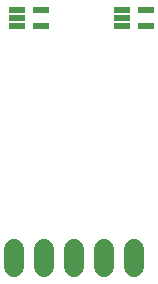
<source format=gts>
G75*
%MOIN*%
%OFA0B0*%
%FSLAX25Y25*%
%IPPOS*%
%LPD*%
%AMOC8*
5,1,8,0,0,1.08239X$1,22.5*
%
%ADD10C,0.06800*%
%ADD11R,0.05400X0.02200*%
D10*
X0186800Y0028800D02*
X0186800Y0034800D01*
X0196800Y0034800D02*
X0196800Y0028800D01*
X0206800Y0028800D02*
X0206800Y0034800D01*
X0216800Y0034800D02*
X0216800Y0028800D01*
X0226800Y0028800D02*
X0226800Y0034800D01*
D11*
X0222700Y0109200D03*
X0222700Y0111800D03*
X0222700Y0114400D03*
X0230900Y0114400D03*
X0230900Y0109200D03*
X0195900Y0109200D03*
X0195900Y0114400D03*
X0187700Y0114400D03*
X0187700Y0111800D03*
X0187700Y0109200D03*
M02*

</source>
